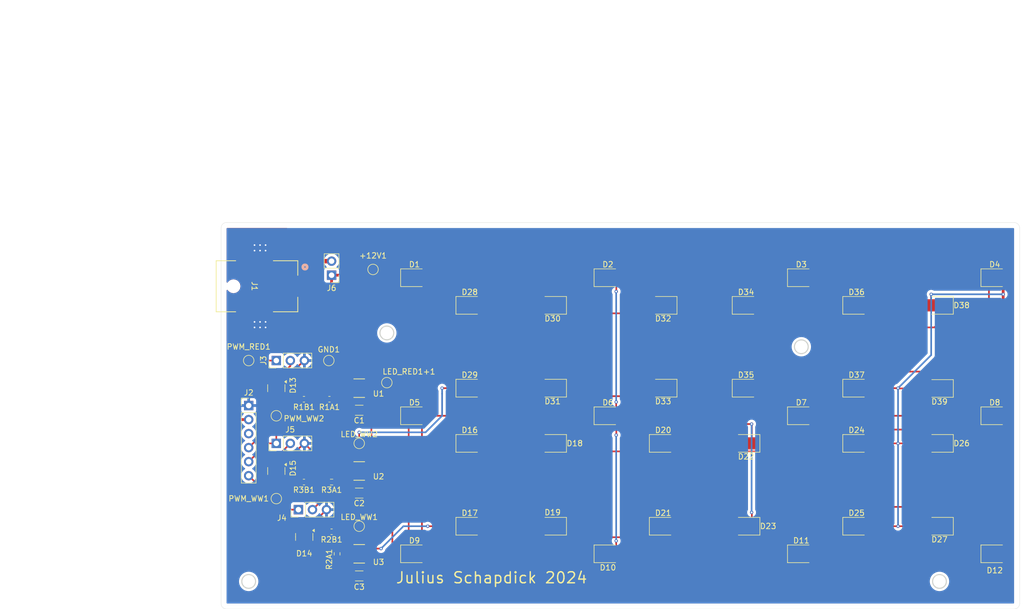
<source format=kicad_pcb>
(kicad_pcb (version 20240108) (generator "pcbnew") (generator_version "8.0")
  (layers (0 "F.Cu" signal) (31 "B.Cu" signal) (34 "B.Paste" user) (35 "F.Paste" user) (36 "B.SilkS" user "B.Silkscreen") (37 "F.SilkS" user "F.Silkscreen") (38 "B.Mask" user) (39 "F.Mask" user) (44 "Edge.Cuts" user))
  (net 0 "")
  (net 1 "Net-(D1-A)")
  (net 2 "LED_RED1")
  (net 3 "Net-(D10-A)")
  (net 4 "Net-(D11-A)")
  (net 5 "+12V")
  (net 7 "PWM_WW2")
  (net 8 "GND")
  (net 9 "PWM_RED1")
  (net 10 "PWM_WW1")
  (net 12 "Net-(U1-REXT)")
  (net 13 "Net-(U2-REXT)")
  (net 14 "Net-(U3-REXT)")
  (net 18 "LED_WW2")
  (net 22 "LED_WW1")
  (net 23 "Net-(D13-K)")
  (net 24 "Net-(D14-K)")
  (net 26 "Net-(D15-K)")
  (net 28 "Net-(D16-A)")
  (net 29 "Net-(D20-A)")
  (net 30 "Net-(D28-A)")
  (net 31 "Net-(D32-A)")
  (net 32 "Net-(R1A1-Pad2)")
  (net 33 "Net-(R2A1-Pad2)")
  (net 34 "Net-(R3A1-Pad2)")
  (net 35 "Net-(J6-Pin_2)")
  (footprint "LED_SMD:LED_PLCC_2835_Handsoldering" (layer "F.Cu") (at 110 50)
    (property "Reference" "D2")
    (property "Value" "SMDLED_3528")
  )
  (footprint "LED_SMD:LED_PLCC_2835_Handsoldering" (layer "F.Cu") (at 180 75)
    (property "Reference" "D8")
    (property "Value" "SMDLED_3528")
  )
  (footprint "LED_SMD:LED_PLCC_2835_Handsoldering" (layer "F.Cu") (at 110 75)
    (property "Reference" "D6")
    (property "Value" "SMDLED_3528")
  )
  (footprint "Package_TO_SOT_SMD:SOT-23" (layer "F.Cu") (at 50 85 -90)
    (property "Reference" "D15")
    (property "Value" "BZX84Cxx")
  )
  (footprint "LED_SMD:LED_PLCC_2835_Handsoldering" (layer "F.Cu") (at 85 80)
    (property "Reference" "D16")
    (property "Value" "SMDLED_3528")
  )
  (footprint "Resistor_SMD:R_0603_1608Metric" (layer "F.Cu") (at 60 87 180)
    (property "Reference" "R3A1")
    (property "Value" "3K")
  )
  (footprint "LED_SMD:LED_PLCC_2835_Handsoldering" (layer "F.Cu") (at 155 55)
    (property "Reference" "D36")
    (property "Value" "SMDLED_3528")
  )
  (footprint "LED_SMD:LED_PLCC_2835_Handsoldering" (layer "F.Cu") (at 75 50)
    (property "Reference" "D1")
    (property "Value" "SMDLED_3528")
  )
  (footprint "Package_TO_SOT_SMD:SOT-23" (layer "F.Cu") (at 55.05 96.9375 -90)
    (property "Reference" "D14")
    (property "Value" "BZX84Cxx")
  )
  (footprint "Library:BCR430UW6-7_DIO" (layer "F.Cu") (at 65 85)
    (property "Reference" "U2")
    (property "Value" "BCR430UW6-7")
  )
  (footprint "TestPoint:TestPoint_Pad_D1.5mm" (layer "F.Cu") (at 59.5 65)
    (property "Reference" "GND1")
    (property "Value" "~")
  )
  (footprint "LED_SMD:LED_PLCC_2835_Handsoldering" (layer "F.Cu") (at 145 50)
    (property "Reference" "D3")
    (property "Value" "SMDLED_3528")
  )
  (footprint "LED_SMD:LED_PLCC_2835_Handsoldering" (layer "F.Cu") (at 170 95 180)
    (property "Reference" "D27")
    (property "Value" "SMDLED_3528")
  )
  (footprint "LED_SMD:LED_PLCC_2835_Handsoldering" (layer "F.Cu") (at 75 75)
    (property "Reference" "D5")
    (property "Value" "SMDLED_3528")
  )
  (footprint "Package_TO_SOT_SMD:SOT-23" (layer "F.Cu") (at 50 70 -90)
    (property "Reference" "D13")
    (property "Value" "BZX84Cxx")
  )
  (footprint "LED_SMD:LED_PLCC_2835_Handsoldering" (layer "F.Cu") (at 75 100)
    (property "Reference" "D9")
    (property "Value" "SMDLED_3528")
  )
  (footprint "LED_SMD:LED_PLCC_2835_Handsoldering" (layer "F.Cu") (at 85 70)
    (property "Reference" "D29")
    (property "Value" "SMDLED_3528")
  )
  (footprint "LED_SMD:LED_PLCC_2835_Handsoldering" (layer "F.Cu") (at 120 70 180)
    (property "Reference" "D33")
    (property "Value" "SMDLED_3528")
  )
  (footprint "Capacitor_SMD:C_0603_1608Metric_Pad1.08x0.95mm_HandSolder" (layer "F.Cu") (at 55 72 180)
    (property "Reference" "R1B1")
    (property "Value" "0")
  )
  (footprint "TestPoint:TestPoint_Pad_D1.5mm" (layer "F.Cu") (at 65 80)
    (property "Reference" "LED_WW2")
    (property "Value" "~")
  )
  (footprint "LED_SMD:LED_PLCC_2835_Handsoldering" (layer "F.Cu") (at 170 80 180)
    (property "Reference" "D26")
    (property "Value" "SMDLED_3528")
  )
  (footprint "LED_SMD:LED_PLCC_2835_Handsoldering" (layer "F.Cu") (at 135 80 180)
    (property "Reference" "D22")
    (property "Value" "SMDLED_3528")
  )
  (footprint "TestPoint:TestPoint_Pad_D1.5mm" (layer "F.Cu") (at 67.5 48.5)
    (property "Reference" "+12V1")
    (property "Value" "~")
  )
  (footprint "Capacitor_SMD:C_0603_1608Metric_Pad1.08x0.95mm_HandSolder" (layer "F.Cu") (at 59.607295 72 180)
    (property "Reference" "R1A1")
    (property "Value" "10K")
  )
  (footprint "Capacitor_SMD:C_0603_1608Metric_Pad1.08x0.95mm_HandSolder" (layer "F.Cu") (at 55 87 180)
    (property "Reference" "R3B1")
    (property "Value" "4K7")
  )
  (footprint "LED_SMD:LED_PLCC_2835_Handsoldering" (layer "F.Cu") (at 135 55)
    (property "Reference" "D34")
    (property "Value" "SMDLED_3528")
  )
  (footprint "LED_SMD:LED_PLCC_2835_Handsoldering" (layer "F.Cu") (at 145 100)
    (property "Reference" "D11")
    (property "Value" "SMDLED_3528")
  )
  (footprint "TestPoint:TestPoint_Pad_D1.5mm" (layer "F.Cu") (at 50 75)
    (property "Reference" "PWM_WW2")
    (property "Value" "~")
  )
  (footprint "Connector_PinHeader_2.54mm:PinHeader_1x02_P2.54mm_Vertical" (layer "F.Cu") (at 60 49.54 180)
    (property "Reference" "J6")
    (property "Value" "Power Jumper")
  )
  (footprint "Connector_PinHeader_2.54mm:PinHeader_1x06_P2.54mm_Vertical" (layer "F.Cu") (at 45 73.15)
    (property "Reference" "J2")
    (property "Value" "Conn_01x06")
  )
  (footprint "Capacitor_SMD:C_1206_3216Metric_Pad1.33x1.80mm_HandSolder" (layer "F.Cu") (at 65 74 180)
    (property "Reference" "C1")
    (property "Value" "10n")
  )
  (footprint "LED_SMD:LED_PLCC_2835_Handsoldering" (layer "F.Cu") (at 120 55 180)
    (property "Reference" "D32")
    (property "Value" "SMDLED_3528")
  )
  (footprint "LED_SMD:LED_PLCC_2835_Handsoldering" (layer "F.Cu") (at 135 70)
    (property "Reference" "D35")
    (property "Value" "SMDLED_3528")
  )
  (footprint "Connector_PinHeader_2.54mm:PinHeader_1x03_P2.54mm_Vertical" (layer "F.Cu") (at 50 80 90)
    (property "Reference" "J5")
    (property "Value" "Mode")
  )
  (footprint "Connector_PinHeader_2.54mm:PinHeader_1x03_P2.54mm_Vertical" (layer "F.Cu") (at 54 92 90)
    (property "Reference" "J4")
    (property "Value" "Mode")
  )
  (footprint "Capacitor_SMD:C_1206_3216Metric_Pad1.33x1.80mm_HandSolder" (layer "F.Cu") (at 65 89 180)
    (property "Reference" "C2")
    (property "Value" "10n")
  )
  (footprint "LED_SMD:LED_PLCC_2835_Handsoldering" (layer "F.Cu") (at 135 95 180)
    (property "Reference" "D23")
    (property "Value" "SMDLED_3528")
  )
  (footprint "TestPoint:TestPoint_Pad_D1.5mm" (layer "F.Cu") (at 70 69)
    (property "Reference" "LED_RED1+1")
    (property "Value" "~")
  )
  (footprint "LED_SMD:LED_PLCC_2835_Handsoldering" (layer "F.Cu") (at 85 95)
    (property "Reference" "D17")
    (property "Value" "SMDLED_3528")
  )
  (footprint "Connector_PinHeader_2.54mm:PinHeader_1x03_P2.54mm_Vertical" (layer "F.Cu") (at 50 65 90)
    (property "Reference" "J3")
    (property "Value" "Mode")
  )
  (footprint "LED_SMD:LED_PLCC_2835_Handsoldering" (layer "F.Cu") (at 100 80 180)
    (property "Reference" "D18")
    (property "Value" "SMDLED_3528")
  )
  (footprint "LED_SMD:LED_PLCC_2835_Handsoldering" (layer "F.Cu") (at 155 80)
    (property "Reference" "D24")
    (property "Value" "SMDLED_3528")
  )
  (footprint "LED_SMD:LED_PLCC_2835_Handsoldering" (layer "F.Cu") (at 120 95)
    (property "Reference" "D21")
    (property "Value" "SMDLED_3528")
  )
  (footprint "LED_SMD:LED_PLCC_2835_Handsoldering" (layer "F.Cu") (at 180 50)
    (property "Reference" "D4")
    (property "Value" "SMDLED_3528")
  )
  (footprint "TestPoint:TestPoint_Pad_D1.5mm" (layer "F.Cu") (at 45 65)
    (property "Reference" "PWM_RED1")
    (property "Value" "~")
  )
  (footprint "TestPoint:TestPoint_Pad_D1.5mm" (layer "F.Cu") (at 50 90)
    (property "Reference" "PWM_WW1")
    (property "Value" "~")
  )
  (footprint "TestPoint:TestPoint_Pad_D1.5mm" (layer "F.Cu") (at 65 95)
    (property "Reference" "LED_WW1")
    (property "Value" "~")
  )
  (footprint "LED_SMD:LED_PLCC_2835_Handsoldering" (layer "F.Cu") (at 170 55 180)
    (property "Reference" "D38")
    (property "Value" "SMDLED_3528")
  )
  (footprint "LED_SMD:LED_PLCC_2835_Handsoldering" (layer "F.Cu") (at 155 95)
    (property "Reference" "D25")
    (property "Value" "SMDLED_3528")
  )
  (footprint "LED_SMD:LED_PLCC_2835_Handsoldering" (layer "F.Cu") (at 85 55)
    (property "Reference" "D28")
    (property "Value" "SMDLED_3528")
  )
  (footprint "LED_SMD:LED_PLCC_2835_Handsoldering" (layer "F.Cu") (at 100 70 180)
    (property "Reference" "D31")
    (property "Value" "SMDLED_3528")
  )
  (footprint "Capacitor_SMD:C_1206_3216Metric_Pad1.33x1.80mm_HandSolder" (layer "F.Cu") (at 65 104 180)
    (property "Reference" "C3")
    (property "Value" "10n")
  )
  (footprint "Library:CONN3_PJ-036AH_CUD" (layer "F.Cu") (at 46.50459 51.5442 -90)
    (property "Reference" "J1")
    (property "Value" "PJ-036AH-SMT-TR")
  )
  (footprint "LED_SMD:LED_PLCC_2835_Handsoldering" (layer "F.Cu") (at 100 55 180)
    (property "Reference" "D30")
    (property "Value" "SMDLED_3528")
  )
  (footprint "LED_SMD:LED_PLCC_2835_Handsoldering" (layer "F.Cu") (at 155 70)
    (property "Reference" "D37")
    (property "Value" "SMDLED_3528")
  )
  (footprint "LED_SMD:LED_PLCC_2835_Handsoldering" (layer "F.Cu") (at 145 75)
    (property "Reference" "D7")
    (property "Value" "SMDLED_3528")
  )
  (footprint "Library:BCR430UW6-7_DIO" (layer "F.Cu") (at 65 70)
    (property "Reference" "U1")
    (property "Value" "BCR430UW6-7")
  )
  (footprint "Library:BCR430UW6-7_DIO" (layer "F.Cu") (at 65 100)
    (property "Reference" "U3")
    (property "Value" "BCR430UW6-7")
  )
  (footprint "LED_SMD:LED_PLCC_2835_Handsoldering" (layer "F.Cu") (at 180 100)
    (property "Reference" "D12")
    (property "Value" "SMDLED_3528")
  )
  (footprint "Capacitor_SMD:C_0603_1608Metric_Pad1.08x0.95mm_HandSolder" (layer "F.Cu") (at 60 96 180)
    (property "Reference" "R2B1")
    (property "Value" "4K7")
  )
  (footprint "LED_SMD:LED_PLCC_2835_Handsoldering" (layer "F.Cu") (at 120 80)
    (property "Reference" "D20")
    (property "Value" "SMDLED_3528")
  )
  (footprint "LED_SMD:LED_PLCC_2835_Handsoldering" (layer "F.Cu") (at 170 70.05 180)
    (property "Reference" "D39")
    (property "Value" "SMDLED_3528")
  )
  (footprint "LED_SMD:LED_PLCC_2835_Handsoldering" (layer "F.Cu") (at 110 100)
    (property "Reference" "D10")
    (property "Value" "SMDLED_3528")
  )
  (footprint "Resistor_SMD:R_0603_1608Metric" (layer "F.Cu") (at 61 100 90)
    (property "Reference" "R2A1")
    (property "Value" "3K")
  )
  (footprint "LED_SMD:LED_PLCC_2835_Handsoldering" (layer "F.Cu") (at 100 95 180)
    (property "Reference" "D19")
    (property "Value" "SMDLED_3528")
  )
  (gr_arc (start 41 110) (mid 40.292893 109.707107) (end 40 109) (stroke (width 0.05)) (layer "Edge.Cuts"))
  (gr_arc (start 40 41) (mid 40.292893 40.292893) (end 41 40) (stroke (width 0.05)) (layer "Edge.Cuts"))
  (gr_circle (center 45 105) (end 46.25 105) (stroke (width 0.2)) (fill none) (layer "Edge.Cuts"))
  (gr_circle (center 70 60) (end 71.25 60) (stroke (width 0.2)) (fill none) (layer "Edge.Cuts"))
  (gr_line (start 184.5 41) (end 184.5 109) (stroke (width 0.05)) (layer "Edge.Cuts"))
  (gr_line (start 41 40) (end 183.5 40) (stroke (width 0.05)) (layer "Edge.Cuts"))
  (gr_line (start 40 109) (end 40 41) (stroke (width 0.05)) (layer "Edge.Cuts"))
  (gr_circle (center 145 62.5) (end 146.25 62.5) (stroke (width 0.2)) (fill none) (layer "Edge.Cuts"))
  (gr_line (start 183.5 110) (end 41 110) (stroke (width 0.05)) (layer "Edge.Cuts"))
  (gr_arc (start 184.5 109) (mid 184.207107 109.707107) (end 183.5 110) (stroke (width 0.05)) (layer "Edge.Cuts"))
  (gr_arc (start 183.5 40) (mid 184.207107 40.292893) (end 184.5 41) (stroke (width 0.05)) (layer "Edge.Cuts"))
  (gr_circle (center 170 105) (end 171.25 105) (stroke (width 0.2)) (fill none) (layer "Edge.Cuts"))
  (gr_text "Julius Schapdick 2024" (at 71.5 105.5 0) (layer "F.SilkS") (effects (font (size 2 2) (thickness 0.25)) (justify left bottom)))
  (segment (start 76.525 50) (end 76.525 75) (width 0.3) (layer "F.Cu") (net 1))
  (segment (start 76.525 100) (end 108.95 100) (width 0.3) (layer "F.Cu") (net 1))
  (segment (start 76.525 50) (end 108.95 50) (width 0.3) (layer "F.Cu") (net 1))
  (segment (start 76.35 75.175) (end 76.35 99.825) (width 0.3) (layer "F.Cu") (net 1))
  (segment (start 76.35 99.825) (end 76.525 100) (width 0.3) (layer "F.Cu") (net 1))
  (segment (start 76.525 75) (end 108.95 75) (width 0.3) (layer "F.Cu") (net 1))
  (segment (start 76.525 75) (end 76.35 75.175) (width 0.3) (layer "F.Cu") (net 1))
  (segment (start 67.999999 69.049999) (end 68 69.049999) (width 0.3) (layer "F.Cu") (net 2))
  (segment (start 68 69.049999) (end 69.950001 69.049999) (width 0.3) (layer "F.Cu") (net 2))
  (segment (start 73.95 75) (end 67.999999 69.049999) (width 0.3) (layer "F.Cu") (net 2))
  (segment (start 69.950001 69.049999) (end 70 69) (width 0.3) (layer "F.Cu") (net 2))
  (segment (start 68 69.049999) (end 66.35255 69.049999) (width 0.3) (layer "F.Cu") (net 2))
  (segment (start 73.95 75) (end 73.95 100) (width 0.3) (layer "F.Cu") (net 2))
  (segment (start 73.95 75) (end 73.95 50) (width 0.3) (layer "F.Cu") (net 2))
  (segment (start 111.5 72.5) (end 111.5 74.975) (width 0.3) (layer "F.Cu") (net 3))
  (segment (start 111.525 75) (end 111.525 78.475) (width 0.3) (layer "F.Cu") (net 3))
  (segment (start 111.5 52.5) (end 111.525 52.475) (width 0.3) (layer "F.Cu") (net 3))
  (segment (start 111.525 78.475) (end 111.5 78.5) (width 0.3) (layer "F.Cu") (net 3))
  (segment (start 111.525 52.475) (end 111.525 50) (width 0.3) (layer "F.Cu") (net 3))
  (segment (start 111.525 100) (end 143.95 100) (width 0.3) (layer "F.Cu") (net 3))
  (segment (start 111.5 99.975) (end 111.525 100) (width 0.3) (layer "F.Cu") (net 3))
  (segment (start 111.5 97.65) (end 111.5 99.975) (width 0.3) (layer "F.Cu") (net 3))
  (segment (start 111.525 50) (end 143.95 50) (width 0.3) (layer "F.Cu") (net 3))
  (segment (start 111.5 74.975) (end 111.525 75) (width 0.3) (layer "F.Cu") (net 3))
  (segment (start 111.525 75) (end 143.95 75) (width 0.3) (layer "F.Cu") (net 3))
  (via (at 111.5 52.5) (size 0.6) (drill 0.3) (layers "F.Cu" "B.Cu") (net 3))
  (via (at 111.5 78.5) (size 0.6) (drill 0.3) (layers "F.Cu" "B.Cu") (net 3))
  (via (at 111.5 72.5) (size 0.6) (drill 0.3) (layers "F.Cu" "B.Cu") (net 3))
  (via (at 111.5 97.65) (size 0.6) (drill 0.3) (layers "F.Cu" "B.Cu") (net 3))
  (segment (start 111.5 78.5) (end 111.5 97.65) (width 0.3) (layer "B.Cu") (net 3))
  (segment (start 111.5 52.5) (end 111.5 72.5) (width 0.3) (layer "B.Cu") (net 3))
  (segment (start 146.525 50) (end 178.95 50) (width 0.3) (layer "F.Cu") (net 4))
  (segment (start 178.95 50) (end 178.95 75) (width 0.3) (layer "F.Cu") (net 4))
  (segment (start 146.525 100) (end 178.95 100) (width 0.3) (layer "F.Cu") (net 4))
  (segment (start 146.525 75) (end 178.95 75) (width 0.3) (layer "F.Cu") (net 4))
  (segment (start 178.95 100) (end 178.95 75) (width 0.3) (layer "F.Cu") (net 4))
  (segment (start 65.5009 70.900001) (end 65.5509 70.950001) (width 0.3) (layer "F.Cu") (net 5))
  (segment (start 156.525 95) (end 162.5 95) (width 0.3) (layer "F.Cu") (net 5))
  (segment (start 168.475 70.05) (end 162.55 70.05) (width 0.3) (layer "F.Cu") (net 5))
  (segment (start 45 62) (end 55 62) (width 0.5) (layer "F.Cu") (net 5))
  (segment (start 168.475 55) (end 156.525 55) (width 0.3) (layer "F.Cu") (net 5))
  (segment (start 67.2042 75.2042) (end 67.2042 85.900001) (width 0.3) (layer "F.Cu") (net 5))
  (segment (start 66.35255 100.950001) (end 66.35255 101.35255) (width 0.3) (layer "F.Cu") (net 5))
  (segment (start 181.525 50) (end 181.525 48.525) (width 0.5) (layer "F.Cu") (net 5))
  (segment (start 181.525 53) (end 181.525 50) (width 0.5) (layer "F.Cu") (net 5))
  (segment (start 67.5 48.5) (end 63.9 52.1) (width 0.3) (layer "F.Cu") (net 5))
  (segment (start 67.1542 85.950001) (end 66.35255 85.950001) (width 0.3) (layer "F.Cu") (net 5))
  (segment (start 66.35255 101.35255) (end 66.5625 101.5625) (width 0.3) (layer "F.Cu") (net 5))
  (segment (start 162.5 95) (end 168.475 95) (width 0.3) (layer "F.Cu") (net 5))
  (segment (start 65.5009 69.0009) (end 65.5009 70.900001) (width 0.3) (layer "F.Cu") (net 5))
  (segment (start 168.475 53.025) (end 168.5 53) (width 0.3) (layer "F.Cu") (net 5))
  (segment (start 168.425 70) (end 168.475 70.05) (width 0.3) (layer "F.Cu") (net 5))
  (segment (start 60 49.54) (end 66.46 49.54) (width 0.5) (layer "F.Cu") (net 5))
  (segment (start 168.475 55) (end 168.475 53.025) (width 0.3) (layer "F.Cu") (net 5))
  (segment (start 42 74) (end 43.69 75.69) (width 0.5) (layer "F.Cu") (net 5))
  (segment (start 162.55 70.05) (end 162.5 70) (width 0.3) (layer "F.Cu") (net 5))
  (segment (start 162.5 70) (end 156.525 70) (width 0.3) (layer "F.Cu") (net 5))
  (segment (start 42 74) (end 42 65) (width 0.5) (layer "F.Cu") (net 5))
  (segment (start 156.575 70.05) (end 156.525 70) (width 0.3) (layer "F.Cu") (net 5))
  (segment (start 63.9 67.4) (end 65.5009 69.0009) (width 0.3) (layer "F.Cu") (net 5))
  (segment (start 181.525 100) (end 181.525 75) (width 0.5) (layer "F.Cu") (net 5))
  (segment (start 66.5625 101.5625) (end 66.5625 104) (width 0.3) (layer "F.Cu") (net 5))
  (segment (start 66.5625 89) (end 66.5625 86.159951) (width 0.3) (layer "F.Cu") (net 5))
  (segment (start 162.5 80) (end 168.475 80) (width 0.3) (layer "F.Cu") (net 5))
  (segment (start 65.5509 70.950001) (end 66.35255 70.950001) (width 0.3) (layer "F.Cu") (net 5))
  (segment (start 55 62) (end 60 57) (width 0.5) (layer "F.Cu") (net 5))
  (segment (start 66.35255 71.35255) (end 66.5625 71.5625) (width 0.3) (layer "F.Cu") (net 5))
  (segment (start 66.35255 70.950001) (end 66.35255 71.35255) (width 0.3) (layer "F.Cu") (net 5))
  (segment (start 180.5 47.5) (end 68.5 47.5) (width 0.5) (layer "F.Cu") (net 5))
  (segment (start 67.2042 85.900001) (end 67.1542 85.950001) (width 0.3) (layer "F.Cu") (net 5))
  (segment (start 60 57) (end 60 49.54) (width 0.5) (layer "F.Cu") (net 5))
  (segment (start 42 65) (end 45 62) (width 0.5) (layer "F.Cu") (net 5))
  (segment (start 66.5625 74.5625) (end 67.2042 75.2042) (width 0.3) (layer "F.Cu") (net 5))
  (segment (start 43.69 75.69) (end 45 75.69) (width 0.5) (layer "F.Cu") (net 5))
  (segment (start 71 93.4375) (end 71 98.75) (width 0.3) (layer "F.Cu") (net 5))
  (segment (start 63.9 52.1) (end 63.9 67.4) (width 0.3) (layer "F.Cu") (net 5))
  (segment (start 71 98.75) (end 68.799999 100.950001) (width 0.3) (layer "F.Cu") (net 5))
  (segment (start 68.799999 100.950001) (end 66.35255 100.950001) (width 0.3) (layer "F.Cu") (net 5))
  (segment (start 66.5625 86.159951) (end 66.35255 85.950001) (width 0.3) (layer "F.Cu") (net 5))
  (segment (start 162.5 80) (end 156.525 80) (width 0.3) (layer "F.Cu") (net 5))
  (segment (start 181.525 48.525) (end 180.5 47.5) (width 0.5) (layer "F.Cu") (net 5))
  (segment (start 68.5 47.5) (end 67.5 48.5) (width 0.5) (layer "F.Cu") (net 5))
  (segment (start 66.5625 71.5625) (end 66.5625 74) (width 0.3) (layer "F.Cu") (net 5))
  (segment (start 66.46 49.54) (end 67.5 48.5) (width 0.5) (layer "F.Cu") (net 5))
  (segment (start 66.5625 89) (end 71 93.4375) (width 0.3) (layer "F.Cu") (net 5))
  (segment (start 66.5625 74) (end 66.5625 74.5625) (width 0.3) (layer "F.Cu") (net 5))
  (segment (start 181.525 75) (end 181.525 53) (width 0.5) (layer "F.Cu") (net 5))
  (via (at 162.5 95) (size 0.6) (drill 0.3) (layers "F.Cu" "B.Cu") (net 5))
  (via (at 168.5 53) (size 0.6) (drill 0.3) (layers "F.Cu" "B.Cu") (net 5))
  (via (at 162.5 70) (size 0.6) (drill 0.3) (layers "F.Cu" "B.Cu") (net 5))
  (via (at 181.525 53) (size 0.6) (drill 0.3) (layers "F.Cu" "B.Cu") (net 5))
  (via (at 162.5 80) (size 0.6) (drill 0.3) (layers "F.Cu" "B.Cu") (net 5))
  (segment (start 162.5 70) (end 162.5 80) (width 0.3) (layer "B.Cu") (net 5))
  (segment (start 168.5 53) (end 181.525 53) (width 0.3) (layer "B.Cu") (net 5))
  (segment (start 162.5 80) (end 162.5 95) (width 0.3) (layer "B.Cu") (net 5))
  (segment (start 168.5 53) (end 168.5 64) (width 0.3) (layer "B.Cu") (net 5))
  (segment (start 168.5 64) (end 162.5 70) (width 0.3) (layer "B.Cu") (net 5))
  (segment (start 50 80) (end 48.31 80) (width 0.3) (layer "F.Cu") (net 7))
  (segment (start 50 75) (end 50 80) (width 0.3) (layer "F.Cu") (net 7))
  (segment (start 48.31 80) (end 45 83.31) (width 0.3) (layer "F.Cu") (net 7))
  (segment (start 65 85.5) (end 65 87.4375) (width 0.3) (layer "F.Cu") (net 8))
  (segment (start 56.08 95) (end 59.08 92) (width 0.3) (layer "F.Cu") (net 8))
  (segment (start 63.64745 100) (end 62.916401 100) (width 0.3) (layer "F.Cu") (net 8))
  (segment (start 63.64745 70) (end 64.4491 70) (width 0.3) (layer "F.Cu") (net 8))
  (segment (start 64.5 70.0509) (end 64.5 72.9375) (width 0.3) (layer "F.Cu") (net 8))
  (segment (start 65 100.821501) (end 65 102.4375) (width 0.3) (layer "F.Cu") (net 8))
  (segment (start 65 100.821501) (end 64.178499 100) (width 0.3) (layer "F.Cu") (net 8))
  (segment (start 60.08 85) (end 63.64745 85) (width 0.3) (layer "F.Cu") (net 8))
  (segment (start 55.08 65) (end 59.5 65) (width 0.3) (layer "F.Cu") (net 8))
  (segment (start 65 102.4375) (end 63.4375 104) (width 0.3) (layer "F.Cu") (net 8))
  (segment (start 55.0125 80) (end 55.08 80) (width 0.3) (layer "F.Cu") (net 8))
  (segment (start 62.6958 99.779399) (end 62.6958 89.7417) (width 0.3) (layer "F.Cu") (net 8))
  (segment (start 64.178499 100) (end 63.64745 100) (width 0.3) (layer "F.Cu") (net 8))
  (segment (start 64.5 85) (end 65 85.5) (width 0.3) (layer "F.Cu") (net 8))
  (segment (start 63.64745 85) (end 64.5 85) (width 0.3) (layer "F.Cu") (net 8))
  (segment (start 56 95) (end 56.08 95) (width 0.3) (layer "F.Cu") (net 8))
  (segment (start 55.0125 65) (end 55.08 65) (width 0.3) (layer "F.Cu") (net 8))
  (segment (start 56 96) (end 56 95) (width 0.3) (layer "F.Cu") (net 8))
  (segment (start 65 87.4375) (end 63.4375 89) (width 0.3) (layer "F.Cu") (net 8))
  (segment (start 50.95 69.0625) (end 55.0125 65) (width 0.3) (layer "F.Cu") (net 8))
  (segment (start 62.8458 70) (end 63.64745 70) (width 0.3) (layer "F.Cu") (net 8))
  (segment (start 64.5 72.9375) (end 63.4375 74) (width 0.3) (layer "F.Cu") (net 8))
  (segment (start 59.5 65) (end 59.5 66.6542) (width 0.3) (layer "F.Cu") (net 8))
  (segment (start 55.08 80) (end 60.08 85) (width 0.3) (layer "F.Cu") (net 8))
  (segment (start 59.5 66.6542) (end 62.8458 70) (width 0.3) (layer "F.Cu") (net 8))
  (segment (start 64.4491 70) (end 64.5 70.0509) (width 0.3) (layer "F.Cu") (net 8))
  (segment (start 50.95 84.0625) (end 55.0125 80) (width 0.3) (layer "F.Cu") (net 8))
  (segment (start 62.6958 89.7417) (end 63.4375 89) (width 0.3) (layer "F.Cu") (net 8))
  (segment (start 62.916401 100) (end 62.6958 99.779399) (width 0.3) (layer "F.Cu") (net 8))
  (via (at 46.05629 59) (size 0.6) (drill 0.3) (layers "F.Cu" "B.Cu") (net 8))
  (via (at 46.05629 45.0884) (size 0.6) (drill 0.3) (layers "F.Cu" "B.Cu") (net 8))
  (via (at 47.05629 59) (size 0.6) (drill 0.3) (layers "F.Cu" "B.Cu") (net 8))
  (via (at 48.05629 44.0884) (size 0.6) (drill 0.3) (layers "F.Cu" "B.Cu") (net 8))
  (via (at 47.05629 58) (size 0.6) (drill 0.3) (layers "F.Cu" "B.Cu") (net 8))
  (via (at 47.05629 45.0884) (size 0.6) (drill 0.3) (layers "F.Cu" "B.Cu") (net 8))
  (via (at 46.05629 44.0884) (size 0.6) (drill 0.3) (layers "F.Cu" "B.Cu") (net 8))
  (via (at 48.05629 58) (size 0.6) (drill 0.3) (layers "F.Cu" "B.Cu") (net 8))
  (via (at 46.05629 58) (size 0.6) (drill 0.3) (layers "F.Cu" "B.Cu") (net 8))
  (via (at 47.05629 44.0884) (size 0.6) (drill 0.3) (layers "F.Cu" "B.Cu") (net 8))
  (via (at 48.05629 45.0884) (size 0.6) (drill 0.3) (layers "F.Cu" "B.Cu") (net 8))
  (via (at 48.05629 59) (size 0.6) (drill 0.3) (layers "F.Cu" "B.Cu") (net 8))
  (segment (start 47 67) (end 45 65) (width 0.3) (layer "F.Cu") (net 9))
  (segment (start 47 78.77) (end 47 67) (width 0.3) (layer "F.Cu") (net 9))
  (segment (start 45 80.77) (end 47 78.77) (width 0.3) (layer "F.Cu") (net 9))
  (segment (start 50 65) (end 45 65) (width 0.3) (layer "F.Cu") (net 9))
  (segment (start 50 88.31) (end 50 90) (width 0.3) (layer "F.Cu") (net 10))
  (segment (start 50 90) (end 52 92) (width 0.3) (layer "F.Cu") (net 10))
  (segment (start 45 85.85) (end 47.15 88) (width 0.3) (layer "F.Cu") (net 10))
  (segment (start 47.15 88) (end 49.69 88) (width 0.3) (layer "F.Cu") (net 10))
  (segment (start 52 92) (end 54 92) (width 0.3) (layer "F.Cu") (net 10))
  (segment (start 49.69 88) (end 50 88.31) (width 0.3) (layer "F.Cu") (net 10))
  (segment (start 60.469795 72) (end 62.597451 72) (width 0.3) (layer "F.Cu") (net 12))
  (segment (start 62.597451 72) (end 63.64745 70.950001) (width 0.3) (layer "F.Cu") (net 12))
  (segment (start 63.64745 85.950001) (end 61.874999 85.950001) (width 0.3) (layer "F.Cu") (net 13))
  (segment (start 61.874999 85.950001) (end 60.825 87) (width 0.3) (layer "F.Cu") (net 13))
  (segment (start 61.125001 100.950001) (end 61 100.825) (width 0.3) (layer "F.Cu") (net 14))
  (segment (start 63.64745 100.950001) (end 61.125001 100.950001) (width 0.3) (layer "F.Cu") (net 14))
  (segment (start 65 80) (end 66.35255 81.35255) (width 0.3) (layer "F.Cu") (net 18))
  (segment (start 84.95 67) (end 100.025 67) (width 0.3) (layer "F.Cu") (net 18))
  (segment (start 83.95 55) (end 83.95 53.55) (width 0.3) (layer "F.Cu") (net 18))
  (segment (start 101.05 53.55) (end 101.05 55) (width 0.3) (layer "F.Cu") (net 18))
  (segment (start 101.05 68.025) (end 101.05 70) (width 0.3) (layer "F.Cu") (net 18))
  (segment (start 85 52.5) (end 100 52.5) (width 0.3) (layer "F.Cu") (net 18))
  (segment (start 100.025 67) (end 101.05 68.025) (width 0.3) (layer "F.Cu") (net 18))
  (segment (start 80 70) (end 83.95 70) (width 0.3) (layer "F.Cu") (net 18))
  (segment (start 83.95 53.55) (end 85 52.5) (width 0.3) (layer "F.Cu") (net 18))
  (segment (start 83.95 70) (end 83.95 55) (width 0.3) (layer "F.Cu") (net 18))
  (segment (start 83.95 70) (end 83.95 68) (width 0.3) (layer "F.Cu") (net 18))
  (segment (start 83.95 68) (end 84.95 67) (width 0.3) (layer "F.Cu") (net 18))
  (segment (start 65 80) (end 65 78) (width 0.3) (layer "F.Cu") (net 18))
  (segment (start 100 52.5) (end 101.05 53.55) (width 0.3) (layer "F.Cu") (net 18))
  (segment (start 66.35255 81.35255) (end 66.35255 84.049999) (width 0.3) (layer "F.Cu") (net 18))
  (via (at 80 70) (size 0.6) (drill 0.3) (layers "F.Cu" "B.Cu") (net 18))
  (via (at 65 78) (size 0.6) (drill 0.3) (layers "F.Cu" "B.Cu") (net 18))
  (segment (start 65 78) (end 77 78) (width 0.3) (layer "B.Cu") (net 18))
  (segment (start 77 78) (end 80 75) (width 0.3) (layer "B.Cu") (net 18))
  (segment (start 80 71) (end 80 70) (width 0.3) (layer "B.Cu") (net 18))
  (segment (start 80 75) (end 80 71) (width 0.3) (layer "B.Cu") (net 18))
  (segment (start 77.40145 95) (end 83.95 95) (width 0.3) (layer "F.Cu") (net 22))
  (segment (start 83.95 95) (end 83.95 80) (width 0.3) (layer "F.Cu") (net 22))
  (segment (start 83.95 78.525) (end 84.975 77.5) (width 0.3) (layer "F.Cu") (net 22))
  (segment (start 101.05 78.525) (end 101.05 80) (width 0.3) (layer "F.Cu") (net 22))
  (segment (start 84.975 77.5) (end 100.025 77.5) (width 0.3) (layer "F.Cu") (net 22))
  (segment (start 85.5 92) (end 100 92) (width 0.3) (layer "F.Cu") (net 22))
  (segment (start 66.35255 99.049999) (end 66.35255 96.35255) (width 0.3) (layer "F.Cu") (net 22))
  (segment (start 101.05 93.05) (end 101.05 95) (width 0.3) (layer "F.Cu") (net 22))
  (segment (start 100.025 77.5) (end 101.05 78.525) (width 0.3) (layer "F.Cu") (net 22))
  (segment (start 83.95 95) (end 83.95 93.55) (width 0.3) (layer "F.Cu") (net 22))
  (segment (start 100 92) (end 101.05 93.05) (width 0.3) (layer "F.Cu") (net 22))
  (segment (start 83.95 93.55) (end 85.5 92) (width 0.3) (layer "F.Cu") (net 22))
  (segment (start 66.35255 96.35255) (end 65 95) (width 0.3) (layer "F.Cu") (net 22))
  (segment (start 68.950001 99.049999) (end 66.35255 99.049999) (width 0.3) (layer "F.Cu") (net 22))
  (segment (start 83.95 80) (end 83.95 78.525) (width 0.3) (layer "F.Cu") (net 22))
  (via (at 68.950001 99.049999) (size 0.6) (drill 0.3) (layers "F.Cu" "B.Cu") (net 22))
  (via (at 77.40145 95) (size 0.6) (drill 0.3) (layers "F.Cu" "B.Cu") (net 22))
  (segment (start 68.950001 99.049999) (end 73 95) (width 0.3) (layer "B.Cu") (net 22))
  (segment (start 73 95) (end 77.40145 95) (width 0.3) (layer "B.Cu") (net 22))
  (segment (start 50 68.5) (end 52.5 66) (width 0.3) (layer "F.Cu") (net 23))
  (segment (start 52.5 66) (end 52.54 66) (width 0.3) (layer "F.Cu") (net 23))
  (segment (start 51.0625 72) (end 54.1375 72) (width 0.3) (layer "F.Cu") (net 23))
  (segment (start 50 70.9375) (end 50 68.5) (width 0.3) (layer "F.Cu") (net 23))
  (segment (start 52.54 66) (end 52.54 65) (width 0.3) (layer "F.Cu") (net 23))
  (segment (start 50 70.9375) (end 51.0625 72) (width 0.3) (layer "F.Cu") (net 23))
  (segment (start 59.1375 96) (end 59.1375 95.8625) (width 0.3) (layer "F.Cu") (net 24))
  (segment (start 61 90) (end 58.54 90) (width 0.3) (layer "F.Cu") (net 24))
  (segment (start 55.05 97.875) (end 57.2625 97.875) (width 0.3) (layer "F.Cu") (net 24))
  (segment (start 61 94) (end 61 90) (width 0.3) (layer "F.Cu") (net 24))
  (segment (start 58.54 90) (end 56.54 92) (width 0.3) (layer "F.Cu") (net 24))
  (segment (start 59.1375 95.8625) (end 61 94) (width 0.3) (layer "F.Cu") (net 24))
  (segment (start 57.2625 97.875) (end 59.1375 96) (width 0.3) (layer "F.Cu") (net 24))
  (segment (start 50 85.9375) (end 50 82.54) (width 0.3) (layer "F.Cu") (net 26))
  (segment (start 50 82.54) (end 52.54 80) (width 0.3) (layer "F.Cu") (net 26))
  (segment (start 51.0625 87) (end 54.1375 87) (width 0.3) (layer "F.Cu") (net 26))
  (segment (start 50 85.9375) (end 51.0625 87) (width 0.3) (layer "F.Cu") (net 26))
  (segment (start 136.05 80) (end 136.05 76.55) (width 0.3) (layer "F.Cu") (net 28))
  (segment (start 98.475 80.325) (end 99.6 81.45) (width 0.3) (layer "F.Cu") (net 28))
  (segment (start 86.525 95) (end 98.475 95) (width 0.3) (layer "F.Cu") (net 28))
  (segment (start 98.475 95.475) (end 98.475 95) (width 0.3) (layer "F.Cu") (net 28))
  (segment (start 117.5 81.45) (end 118.95 80) (width 0.3) (layer "F.Cu") (net 28))
  (segment (start 98.475 80.325) (end 102.65 84.5) (width 0.3) (layer "F.Cu") (net 28))
  (segment (start 100 97) (end 116.95 97) (width 0.3) (layer "F.Cu") (net 28))
  (segment (start 98.475 80) (end 98.475 80.325) (width 0.3) (layer "F.Cu") (net 28))
  (segment (start 136.05 95) (end 136.05 92.55) (width 0.3) (layer "F.Cu") (net 28))
  (segment (start 136.05 92.55) (end 136 92.5) (width 0.3) (layer "F.Cu") (net 28))
  (segment (start 120.975 76.5) (end 136 76.5) (width 0.3) (layer "F.Cu") (net 28))
  (segment (start 116.95 97) (end 118.95 95) (width 0.3) (layer "F.Cu") (net 28))
  (segment (start 118.95 78.525) (end 120.975 76.5) (width 0.3) (layer "F.Cu") (net 28))
  (segment (start 118.95 80) (end 118.95 78.525) (width 0.3) (layer "F.Cu") (net 28))
  (segment (start 86.525 80) (end 98.475 80) (width 0.3) (layer "F.Cu") (net 28))
  (segment (start 102.65 97) (end 100 97) (width 0.3) (layer "F.Cu") (net 28))
  (segment (start 99.6 81.45) (end 117.5 81.45) (width 0.3) (layer "F.Cu") (net 28))
  (segment (start 136.05 76.55) (end 136 76.5) (width 0.3) (layer "F.Cu") (net 28))
  (segment (start 100 97) (end 98.475 95.475) (width 0.3) (layer "F.Cu") (net 28))
  (segment (start 102.65 84.5) (end 102.65 97) (width 0.3) (layer "F.Cu") (net 28))
  (segment (start 118.95 95) (end 118.95 80) (width 0.3) (layer "F.Cu") (net 28))
  (via (at 136 92.5) (size 0.6) (drill 0.3) (layers "F.Cu" "B.Cu") (net 28))
  (via (at 136 76.5) (size 0.6) (drill 0.3) (layers "F.Cu" "B.Cu") (net 28))
  (segment (start 136 92.5) (end 136 76.5) (width 0.3) (layer "B.Cu") (net 28))
  (segment (start 153.95 96.55) (end 153.95 95) (width 0.3) (layer "F.Cu") (net 29))
  (segment (start 153.95 80) (end 152.5 81.45) (width 0.3) (layer "F.Cu") (net 29))
  (segment (start 170 77.5) (end 171.05 78.55) (width 0.3) (layer "F.Cu") (net 29))
  (segment (start 133.475 95) (end 133.475 96.475) (width 0.3) (layer "F.Cu") (net 29))
  (segment (start 153 97.5) (end 153.95 96.55) (width 0.3) (layer "F.Cu") (net 29))
  (segment (start 121.525 95) (end 133.475 95) (width 0.3) (layer "F.Cu") (net 29))
  (segment (start 121.525 80) (end 133.475 80) (width 0.3) (layer "F.Cu") (net 29))
  (segment (start 133.475 96.475) (end 134.5 97.5) (width 0.3) (layer "F.Cu") (net 29))
  (segment (start 171.05 78.55) (end 171.05 80) (width 0.3) (layer "F.Cu") (net 29))
  (segment (start 169 91.5) (end 171.05 93.55) (width 0.3) (layer "F.Cu") (net 29))
  (segment (start 171.05 80) (end 171.05 95) (width 0.3) (layer "F.Cu") (net 29))
  (segment (start 155 77.5) (end 170 77.5) (width 0.3) (layer "F.Cu") (net 29))
  (segment (start 133.475 80) (end 133.475 95) (width 0.3) (layer "F.Cu") (net 29))
  (segment (start 134.5 97.5) (end 153 97.5) (width 0.3) (layer "F.Cu") (net 29))
  (segment (start 134.6 81.45) (end 133.475 80.325) (width 0.3) (layer "F.Cu") (net 29))
  (segment (start 133.475 80.325) (end 133.475 80) (width 0.3) (layer "F.Cu") (net 29))
  (segment (start 156 91.5) (end 169 91.5) (width 0.3) (layer "F.Cu") (net 29))
  (segment (start 153.95 78.55) (end 155 77.5) (width 0.3) (layer "F.Cu") (net 29))
  (segment (start 153.95 93.55) (end 156 91.5) (width 0.3) (layer "F.Cu") (net 29))
  (segment (start 153.95 80) (end 153.95 78.55) (width 0.3) (layer "F.Cu") (net 29))
  (segment (start 171.05 93.55) (end 171.05 95) (width 0.3) (layer "F.Cu") (net 29))
  (segment (start 152.5 81.45) (end 134.6 81.45) (width 0.3) (layer "F.Cu") (net 29))
  (segment (start 153.95 95) (end 153.95 93.55) (width 0.3) (layer "F.Cu") (net 29))
  (segment (start 103 71.1) (end 103 64) (width 0.3) (layer "F.Cu") (net 30))
  (segment (start 119.6 56.45) (end 121.05 55) (width 0.3) (layer "F.Cu") (net 30))
  (segment (start 98.475 55.325) (end 99.6 56.45) (width 0.3) (layer "F.Cu") (net 30))
  (segment (start 98.475 70.475) (end 99.45 71.45) (width 0.3) (layer "F.Cu") (net 30))
  (segment (start 98.475 69.475) (end 98.475 70.475) (width 0.3) (layer "F.Cu") (net 30))
  (segment (start 98.475 70) (end 98.475 70.475) (width 0.3) (layer "F.Cu") (net 30))
  (segment (start 121.05 70) (end 133.95 70) (width 0.3) (layer "F.Cu") (net 30))
  (segment (start 98.475 59.475) (end 98.475 55) (width 0.3) (layer "F.Cu") (net 30))
  (segment (start 98.475 55) (end 98.475 55.325) (width 0.3) (layer "F.Cu") (net 30))
  (segment (start 99.45 71.45) (end 102.65 71.45) (width 0.3) (layer "F.Cu") (net 30))
  (segment (start 119.6 71.45) (end 121.05 70) (width 0.3) (layer "F.Cu") (net 30))
  (segment (start 99.45 71.45) (end 119.6 71.45) (width 0.3) (layer "F.Cu") (net 30))
  (segment (start 102.65 71.45) (end 103 71.1) (width 0.3) (layer "F.Cu") (net 30))
  (segment (start 86.525 70) (end 98.475 70) (width 0.3) (layer "F.Cu") (net 30))
  (segment (start 121.05 55) (end 133.95 55) (width 0.3) (layer "F.Cu") (net 30))
  (segment (start 98.475 70) (end 98.475 69.475) (width 0.3) (layer "F.Cu") (net 30))
  (segment (start 86.525 55) (end 98.475 55) (width 0.3) (layer "F.Cu") (net 30))
  (segment (start 99.6 56.45) (end 119.6 56.45) (width 0.3) (layer "F.Cu") (net 30))
  (segment (start 103 64) (end 98.475 59.475) (width 0.3) (layer "F.Cu") (net 30))
  (segment (start 155.5 59) (end 153.95 57.45) (width 0.3) (layer "F.Cu") (net 31))
  (segment (start 120 67) (end 135 67) (width 0.3) (layer "F.Cu") (net 31))
  (segment (start 153.95 70) (end 153.95 68.55) (width 0.3) (layer "F.Cu") (net 31))
  (segment (start 136.525 53.025) (end 136.525 55) (width 0.3) (layer "F.Cu") (net 31))
  (segment (start 169.075 59) (end 155.5 59) (width 0.3) (layer "F.Cu") (net 31))
  (segment (start 136.525 70) (end 153.95 70) (width 0.3) (layer "F.Cu") (net 31))
  (segment (start 136.525 70) (end 136.525 55) (width 0.3) (layer "F.Cu") (net 31))
  (segment (start 153.95 68.55) (end 155.5 67) (width 0.3) (layer "F.Cu") (net 31))
  (segment (start 118.475 70) (end 118.475 68.525) (width 0.3) (layer "F.Cu") (net 31))
  (segment (start 171.05 70.05) (end 171.05 55) (width 0.3) (layer "F.Cu") (net 31))
  (segment (start 136.525 55) (end 153.95 55) (width 0.3) (layer "F.Cu") (net 31))
  (segment (start 118.475 53.025) (end 119.5 52) (width 0.3) (layer "F.Cu") (net 31))
  (segment (start 171.05 69.05) (end 171.05 70.05) (width 0.3) (layer "F.Cu") (net 31))
  (segment (start 118.475 68.525) (end 120 67) (width 0.3) (layer "F.Cu") (net 31))
  (segment (start 135 67) (end 136.525 68.525) (width 0.3) (layer "F.Cu") (net 31))
  (segment (start 171.05 57.025) (end 169.075 59) (width 0.3) (layer "F.Cu") (net 31))
  (segment (start 135.5 52) (end 136.525 53.025) (width 0.3) (layer "F.Cu") (net 31))
  (segment (start 118.475 55) (end 118.475 53.025) (width 0.3) (layer "F.Cu") (net 31))
  (segment (start 171.05 55) (end 171.05 57.025) (width 0.3) (layer "F.Cu") (net 31))
  (segment (start 153.95 57.45) (end 153.95 55) (width 0.3) (layer "F.Cu") (net 31))
  (segment (start 136.525 68.525) (end 136.525 70) (width 0.3) (layer "F.Cu") (net 31))
  (segment (start 169 67) (end 171.05 69.05) (width 0.3) (layer "F.Cu") (net 31))
  (segment (start 119.5 52) (end 135.5 52) (width 0.3) (layer "F.Cu") (net 31))
  (segment (start 155.5 67) (end 169 67) (width 0.3) (layer "F.Cu") (net 31))
  (segment (start 55.8625 72) (end 58.744795 72) (width 0.3) (layer "F.Cu") (net 32))
  (segment (start 60.8625 96) (end 60.8625 99.0375) (width 0.3) (layer "F.Cu") (net 33))
  (segment (start 60.8625 99.0375) (end 61 99.175) (width 0.3) (layer "F.Cu") (net 33))
  (segment (start 59.175 87) (end 55.8625 87) (width 0.3) (layer "F.Cu") (net 34))
  (segment (start 55 49.98791) (end 57.98791 47) (width 0.8) (layer "F.Cu") (net 35))
  (segment (start 57.98791 47) (end 60 47) (width 0.8) (layer "F.Cu") (net 35))
  (segment (start 55 51.5442) (end 55 49.98791) (width 0.8) (layer "F.Cu") (net 35))
  (zone (net 8) (net_name "GND") (layer "F.Cu") (priority 1) (connect_pads (clearance 0.5)) (min_thickness 0.25) (fill yes (thermal_gap 0.5) (thermal_bridge_width 0.5))
    (polygon (pts (xy 41 41) (xy 52 41) (xy 52 59) (xy 49 61.5) (xy 41 61.5)))
  )
  (zone (net 8) (net_name "GND") (layer "B.Cu") (connect_pads (clearance 0.5)) (min_thickness 0.25) (fill yes (thermal_gap 0.5) (thermal_bridge_width 0.5))
    (polygon (pts (xy 41 41) (xy 183.5 41) (xy 183.5 109) (xy 41 109)))
  )
)
</source>
